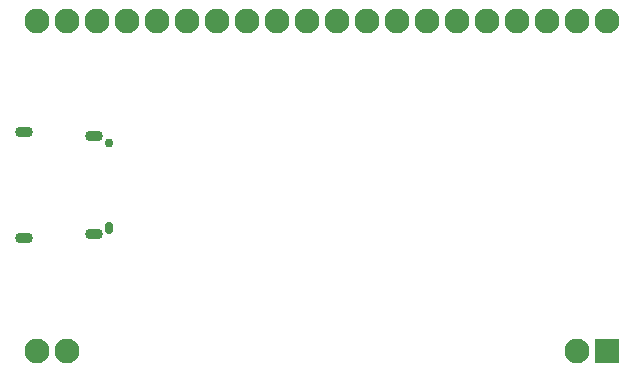
<source format=gbr>
%TF.GenerationSoftware,KiCad,Pcbnew,5.99.0-unknown-2a6c73b8df~142~ubuntu21.04.1*%
%TF.CreationDate,2021-10-24T13:29:39+00:00*%
%TF.ProjectId,wederian,77656465-7269-4616-9e2e-6b696361645f,rev?*%
%TF.SameCoordinates,Original*%
%TF.FileFunction,Soldermask,Bot*%
%TF.FilePolarity,Negative*%
%FSLAX46Y46*%
G04 Gerber Fmt 4.6, Leading zero omitted, Abs format (unit mm)*
G04 Created by KiCad (PCBNEW 5.99.0-unknown-2a6c73b8df~142~ubuntu21.04.1) date 2021-10-24 13:29:39*
%MOMM*%
%LPD*%
G01*
G04 APERTURE LIST*
G04 Aperture macros list*
%AMRoundRect*
0 Rectangle with rounded corners*
0 $1 Rounding radius*
0 $2 $3 $4 $5 $6 $7 $8 $9 X,Y pos of 4 corners*
0 Add a 4 corners polygon primitive as box body*
4,1,4,$2,$3,$4,$5,$6,$7,$8,$9,$2,$3,0*
0 Add four circle primitives for the rounded corners*
1,1,$1+$1,$2,$3*
1,1,$1+$1,$4,$5*
1,1,$1+$1,$6,$7*
1,1,$1+$1,$8,$9*
0 Add four rect primitives between the rounded corners*
20,1,$1+$1,$2,$3,$4,$5,0*
20,1,$1+$1,$4,$5,$6,$7,0*
20,1,$1+$1,$6,$7,$8,$9,0*
20,1,$1+$1,$8,$9,$2,$3,0*%
G04 Aperture macros list end*
%ADD10C,0.751600*%
%ADD11O,0.751600X1.051600*%
%ADD12O,1.501600X0.901600*%
%ADD13RoundRect,0.050800X1.000000X1.000000X-1.000000X1.000000X-1.000000X-1.000000X1.000000X-1.000000X0*%
%ADD14C,2.101600*%
G04 APERTURE END LIST*
D10*
%TO.C,J1*%
X145083674Y-97386680D03*
D11*
X145083674Y-104586680D03*
D12*
X137883674Y-96496680D03*
X137883674Y-105476680D03*
X143833674Y-96856680D03*
X143833674Y-105116680D03*
%TD*%
D13*
%TO.C,LCD1*%
X187250000Y-115000000D03*
D14*
X184710000Y-115000000D03*
X141530000Y-115000000D03*
X138990000Y-115000000D03*
X138990000Y-87060000D03*
X141530000Y-87060000D03*
X144070000Y-87060000D03*
X146610000Y-87060000D03*
X149150000Y-87060000D03*
X151690000Y-87060000D03*
X154230000Y-87060000D03*
X156770000Y-87060000D03*
X159310000Y-87060000D03*
X161850000Y-87060000D03*
X164390000Y-87060000D03*
X166930000Y-87060000D03*
X169470000Y-87060000D03*
X172010000Y-87060000D03*
X174550000Y-87060000D03*
X177090000Y-87060000D03*
X179630000Y-87060000D03*
X182170000Y-87060000D03*
X184710000Y-87060000D03*
X187250000Y-87060000D03*
%TD*%
M02*

</source>
